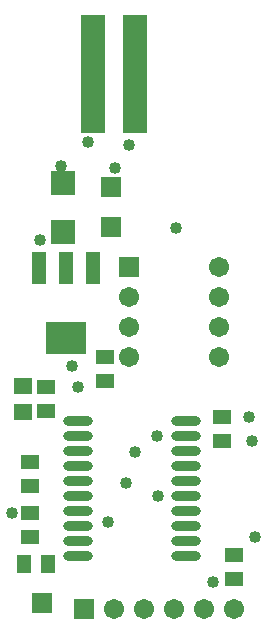
<source format=gts>
%FSTAX24Y24*%
%MOIN*%
G70*
G01*
G75*
G04 Layer_Color=8388736*
%ADD10R,0.0709X0.0709*%
%ADD11R,0.0512X0.0472*%
%ADD12R,0.0374X0.1004*%
%ADD13R,0.1299X0.1004*%
%ADD14R,0.0512X0.0394*%
%ADD15R,0.0394X0.0512*%
%ADD16R,0.0630X0.0630*%
%ADD17O,0.0906X0.0236*%
%ADD18C,0.0100*%
%ADD19R,0.0591X0.0591*%
%ADD20C,0.0591*%
%ADD21C,0.0320*%
%ADD22R,0.0630X0.0630*%
%ADD23R,0.0374X0.0315*%
%ADD24R,0.0984X0.0512*%
%ADD25R,0.0787X0.3937*%
%ADD26R,0.0789X0.0789*%
%ADD27R,0.0592X0.0552*%
%ADD28R,0.0454X0.1084*%
%ADD29R,0.1379X0.1084*%
%ADD30R,0.0592X0.0474*%
%ADD31R,0.0474X0.0592*%
%ADD32R,0.0710X0.0710*%
%ADD33O,0.0986X0.0316*%
%ADD34R,0.0671X0.0671*%
%ADD35C,0.0671*%
%ADD36C,0.0400*%
D25*
X237306Y199069D02*
D03*
X238684D02*
D03*
D26*
X2363Y19545D02*
D03*
Y193796D02*
D03*
D27*
X234944Y187809D02*
D03*
Y188675D02*
D03*
D28*
X237306Y192621D02*
D03*
X2364D02*
D03*
X235494D02*
D03*
D29*
X2364Y190278D02*
D03*
D30*
X242Y183043D02*
D03*
Y182256D02*
D03*
X235732Y187848D02*
D03*
Y188635D02*
D03*
X2352Y184443D02*
D03*
Y183656D02*
D03*
Y185356D02*
D03*
Y186143D02*
D03*
X2416Y187643D02*
D03*
Y186856D02*
D03*
X2377Y189643D02*
D03*
Y188856D02*
D03*
D31*
X235794Y18275D02*
D03*
X235006D02*
D03*
D32*
X2379Y195319D02*
D03*
Y19398D02*
D03*
D33*
X240391Y183D02*
D03*
Y1835D02*
D03*
Y184D02*
D03*
Y1845D02*
D03*
Y185D02*
D03*
Y1855D02*
D03*
Y186D02*
D03*
Y1865D02*
D03*
Y187D02*
D03*
Y1875D02*
D03*
X236809Y183D02*
D03*
Y1835D02*
D03*
Y184D02*
D03*
Y1845D02*
D03*
Y185D02*
D03*
Y1855D02*
D03*
Y186D02*
D03*
Y1865D02*
D03*
Y187D02*
D03*
Y1875D02*
D03*
D34*
X237Y18125D02*
D03*
X2356Y18145D02*
D03*
X2385Y19265D02*
D03*
D35*
X238Y18125D02*
D03*
X239D02*
D03*
X24D02*
D03*
X241D02*
D03*
X242D02*
D03*
X2385Y19165D02*
D03*
Y19065D02*
D03*
Y18965D02*
D03*
X2415Y19265D02*
D03*
Y19165D02*
D03*
Y19065D02*
D03*
Y18965D02*
D03*
D36*
X236241Y196D02*
D03*
X237141Y1968D02*
D03*
X238041Y19595D02*
D03*
X238491Y1967D02*
D03*
X239411Y187D02*
D03*
X238684Y18647D02*
D03*
X235535Y193557D02*
D03*
X240062Y19395D02*
D03*
X2368Y18865D02*
D03*
X2366Y18935D02*
D03*
X234606Y184443D02*
D03*
X2378Y18415D02*
D03*
X2413Y18215D02*
D03*
X2427Y18365D02*
D03*
X2425Y18765D02*
D03*
X2426Y18685D02*
D03*
X2384Y18545D02*
D03*
X23945Y185D02*
D03*
M02*

</source>
